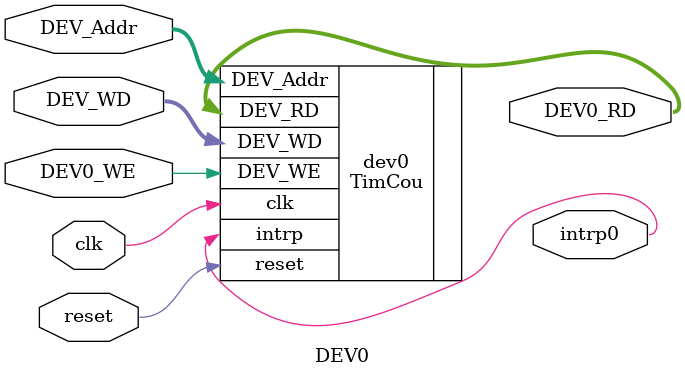
<source format=v>
`timescale 1ns / 1ps
module DEV0(
    input [31:0] DEV_WD,
	 input DEV0_WE,
	 input [31:0] DEV_Addr,
	 output [31:0] DEV0_RD,
    output intrp0,
    input clk,
    input reset
    );
	 
	 TimCou dev0(.DEV_WD(DEV_WD), .DEV_WE(DEV0_WE), .DEV_Addr(DEV_Addr), .DEV_RD(DEV0_RD), .intrp(intrp0), .clk(clk), .reset(reset));

endmodule

</source>
